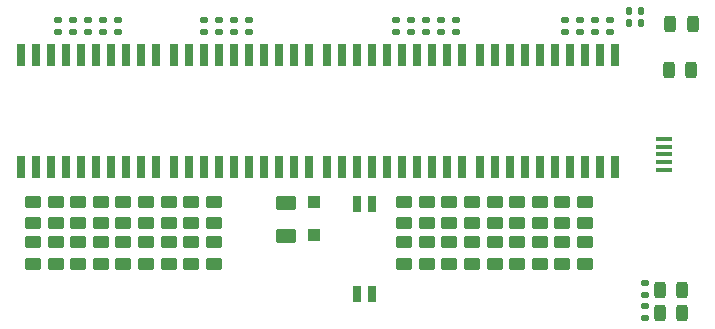
<source format=gbr>
%TF.GenerationSoftware,KiCad,Pcbnew,(6.0.5-0)*%
%TF.CreationDate,2023-01-20T21:15:53-06:00*%
%TF.ProjectId,rascsi_2p6,72617363-7369-45f3-9270-362e6b696361,rev?*%
%TF.SameCoordinates,PX59d60c0PY325aa00*%
%TF.FileFunction,Paste,Top*%
%TF.FilePolarity,Positive*%
%FSLAX46Y46*%
G04 Gerber Fmt 4.6, Leading zero omitted, Abs format (unit mm)*
G04 Created by KiCad (PCBNEW (6.0.5-0)) date 2023-01-20 21:15:53*
%MOMM*%
%LPD*%
G01*
G04 APERTURE LIST*
G04 Aperture macros list*
%AMRoundRect*
0 Rectangle with rounded corners*
0 $1 Rounding radius*
0 $2 $3 $4 $5 $6 $7 $8 $9 X,Y pos of 4 corners*
0 Add a 4 corners polygon primitive as box body*
4,1,4,$2,$3,$4,$5,$6,$7,$8,$9,$2,$3,0*
0 Add four circle primitives for the rounded corners*
1,1,$1+$1,$2,$3*
1,1,$1+$1,$4,$5*
1,1,$1+$1,$6,$7*
1,1,$1+$1,$8,$9*
0 Add four rect primitives between the rounded corners*
20,1,$1+$1,$2,$3,$4,$5,0*
20,1,$1+$1,$4,$5,$6,$7,0*
20,1,$1+$1,$6,$7,$8,$9,0*
20,1,$1+$1,$8,$9,$2,$3,0*%
G04 Aperture macros list end*
%ADD10RoundRect,0.243750X0.243750X0.456250X-0.243750X0.456250X-0.243750X-0.456250X0.243750X-0.456250X0*%
%ADD11RoundRect,0.250000X-0.450000X0.262500X-0.450000X-0.262500X0.450000X-0.262500X0.450000X0.262500X0*%
%ADD12RoundRect,0.250000X-0.625000X0.375000X-0.625000X-0.375000X0.625000X-0.375000X0.625000X0.375000X0*%
%ADD13R,0.650000X1.950000*%
%ADD14RoundRect,0.135000X-0.135000X-0.185000X0.135000X-0.185000X0.135000X0.185000X-0.135000X0.185000X0*%
%ADD15RoundRect,0.135000X-0.185000X0.135000X-0.185000X-0.135000X0.185000X-0.135000X0.185000X0.135000X0*%
%ADD16RoundRect,0.250000X0.450000X-0.262500X0.450000X0.262500X-0.450000X0.262500X-0.450000X-0.262500X0*%
%ADD17R,0.750000X1.425000*%
%ADD18R,1.100000X1.100000*%
%ADD19R,1.400000X0.400000*%
G04 APERTURE END LIST*
D10*
%TO.C,D3*%
X142767000Y-22066500D03*
X140892000Y-22066500D03*
%TD*%
%TO.C,D1*%
X143641000Y2381000D03*
X141766000Y2381000D03*
%TD*%
%TO.C,D2*%
X143529000Y-1556000D03*
X141654000Y-1556000D03*
%TD*%
D11*
%TO.C,R31*%
X126890000Y-12687500D03*
X126890000Y-14512500D03*
%TD*%
D12*
%TO.C,FUSE1*%
X109250000Y-12800000D03*
X109250000Y-15600000D03*
%TD*%
D13*
%TO.C,IC1*%
X99729000Y-9710000D03*
X100999000Y-9710000D03*
X102269000Y-9710000D03*
X103539000Y-9710000D03*
X104809000Y-9710000D03*
X106079000Y-9710000D03*
X107349000Y-9710000D03*
X108619000Y-9710000D03*
X109889000Y-9710000D03*
X111159000Y-9710000D03*
X111159000Y-260000D03*
X109889000Y-260000D03*
X108619000Y-260000D03*
X107349000Y-260000D03*
X106079000Y-260000D03*
X104809000Y-260000D03*
X103539000Y-260000D03*
X102269000Y-260000D03*
X100999000Y-260000D03*
X99729000Y-260000D03*
%TD*%
%TO.C,IC3*%
X124113000Y-260000D03*
X122843000Y-260000D03*
X121573000Y-260000D03*
X120303000Y-260000D03*
X119033000Y-260000D03*
X117763000Y-260000D03*
X116493000Y-260000D03*
X115223000Y-260000D03*
X113953000Y-260000D03*
X112683000Y-260000D03*
X112683000Y-9710000D03*
X113953000Y-9710000D03*
X115223000Y-9710000D03*
X116493000Y-9710000D03*
X117763000Y-9710000D03*
X119033000Y-9710000D03*
X120303000Y-9710000D03*
X121573000Y-9710000D03*
X122843000Y-9710000D03*
X124113000Y-9710000D03*
%TD*%
D14*
%TO.C,R2*%
X138248500Y3460500D03*
X139268500Y3460500D03*
%TD*%
D15*
%TO.C,R3*%
X139607000Y-21493000D03*
X139607000Y-22513000D03*
%TD*%
%TO.C,R5*%
X132812500Y2741000D03*
X132812500Y1721000D03*
%TD*%
%TO.C,R6*%
X134082500Y2741000D03*
X134082500Y1721000D03*
%TD*%
%TO.C,R7*%
X135352500Y2741000D03*
X135352500Y1721000D03*
%TD*%
%TO.C,R9*%
X118525000Y2741000D03*
X118525000Y1721000D03*
%TD*%
%TO.C,R11*%
X121065000Y2741000D03*
X121065000Y1721000D03*
%TD*%
%TO.C,R12*%
X122335000Y2741000D03*
X122335000Y1721000D03*
%TD*%
%TO.C,R13*%
X123605000Y2741000D03*
X123605000Y1721000D03*
%TD*%
%TO.C,R15*%
X91220000Y2741000D03*
X91220000Y1721000D03*
%TD*%
%TO.C,R16*%
X92490000Y2741000D03*
X92490000Y1721000D03*
%TD*%
%TO.C,R19*%
X102269000Y2741000D03*
X102269000Y1721000D03*
%TD*%
%TO.C,R20*%
X103539000Y2741000D03*
X103539000Y1721000D03*
%TD*%
%TO.C,R21*%
X104809000Y2741000D03*
X104809000Y1721000D03*
%TD*%
%TO.C,R22*%
X106079000Y2741000D03*
X106079000Y1721000D03*
%TD*%
D11*
%TO.C,R23*%
X128802500Y-12687500D03*
X128802500Y-14512500D03*
%TD*%
%TO.C,R24*%
X130715000Y-12687500D03*
X130715000Y-14512500D03*
%TD*%
%TO.C,R25*%
X132627500Y-12687500D03*
X132627500Y-14512500D03*
%TD*%
%TO.C,R26*%
X134540000Y-12687500D03*
X134540000Y-14512500D03*
%TD*%
%TO.C,R27*%
X119240000Y-12687500D03*
X119240000Y-14512500D03*
%TD*%
%TO.C,R28*%
X121152500Y-12687500D03*
X121152500Y-14512500D03*
%TD*%
%TO.C,R29*%
X123065000Y-12687500D03*
X123065000Y-14512500D03*
%TD*%
%TO.C,R30*%
X124977500Y-12687500D03*
X124977500Y-14512500D03*
%TD*%
%TO.C,R34*%
X91625000Y-12687500D03*
X91625000Y-14512500D03*
%TD*%
%TO.C,R35*%
X93537500Y-12687500D03*
X93537500Y-14512500D03*
%TD*%
%TO.C,R36*%
X95450000Y-12687500D03*
X95450000Y-14512500D03*
%TD*%
%TO.C,R37*%
X97362500Y-12687500D03*
X97362500Y-14512500D03*
%TD*%
%TO.C,R38*%
X99275000Y-12687500D03*
X99275000Y-14512500D03*
%TD*%
%TO.C,R39*%
X101187500Y-12687500D03*
X101187500Y-14512500D03*
%TD*%
%TO.C,R40*%
X103100000Y-12687500D03*
X103100000Y-14512500D03*
%TD*%
D16*
%TO.C,R41*%
X128802500Y-17912500D03*
X128802500Y-16087500D03*
%TD*%
%TO.C,R42*%
X130715000Y-17912500D03*
X130715000Y-16087500D03*
%TD*%
%TO.C,R43*%
X132627500Y-17912500D03*
X132627500Y-16087500D03*
%TD*%
%TO.C,R44*%
X134540000Y-17912500D03*
X134540000Y-16087500D03*
%TD*%
%TO.C,R45*%
X119240000Y-17912500D03*
X119240000Y-16087500D03*
%TD*%
%TO.C,R46*%
X121152500Y-17912500D03*
X121152500Y-16087500D03*
%TD*%
%TO.C,R47*%
X123065000Y-17912500D03*
X123065000Y-16087500D03*
%TD*%
%TO.C,R48*%
X124977500Y-17912500D03*
X124977500Y-16087500D03*
%TD*%
%TO.C,R49*%
X126890000Y-17912500D03*
X126890000Y-16087500D03*
%TD*%
%TO.C,R50*%
X87800000Y-17912500D03*
X87800000Y-16087500D03*
%TD*%
%TO.C,R51*%
X89712500Y-17912500D03*
X89712500Y-16087500D03*
%TD*%
%TO.C,R52*%
X91625000Y-17912500D03*
X91625000Y-16087500D03*
%TD*%
%TO.C,R53*%
X93537500Y-17912500D03*
X93537500Y-16087500D03*
%TD*%
%TO.C,R54*%
X95450000Y-17912500D03*
X95450000Y-16087500D03*
%TD*%
%TO.C,R55*%
X97362500Y-17912500D03*
X97362500Y-16087500D03*
%TD*%
%TO.C,R56*%
X99275000Y-17912500D03*
X99275000Y-16087500D03*
%TD*%
%TO.C,R57*%
X101187500Y-17912500D03*
X101187500Y-16087500D03*
%TD*%
%TO.C,R58*%
X103100000Y-17912500D03*
X103100000Y-16087500D03*
%TD*%
D15*
%TO.C,R18*%
X95030000Y2741000D03*
X95030000Y1721000D03*
%TD*%
%TO.C,R14*%
X89950000Y2741000D03*
X89950000Y1721000D03*
%TD*%
%TO.C,R17*%
X93760000Y2741000D03*
X93760000Y1721000D03*
%TD*%
D11*
%TO.C,R32*%
X87800000Y-12687500D03*
X87800000Y-14512500D03*
%TD*%
%TO.C,R33*%
X89712500Y-12687500D03*
X89712500Y-14512500D03*
%TD*%
D13*
%TO.C,IC4*%
X137067000Y-260000D03*
X135797000Y-260000D03*
X134527000Y-260000D03*
X133257000Y-260000D03*
X131987000Y-260000D03*
X130717000Y-260000D03*
X129447000Y-260000D03*
X128177000Y-260000D03*
X126907000Y-260000D03*
X125637000Y-260000D03*
X125637000Y-9710000D03*
X126907000Y-9710000D03*
X128177000Y-9710000D03*
X129447000Y-9710000D03*
X130717000Y-9710000D03*
X131987000Y-9710000D03*
X133257000Y-9710000D03*
X134527000Y-9710000D03*
X135797000Y-9710000D03*
X137067000Y-9710000D03*
%TD*%
D15*
%TO.C,R4*%
X139607000Y-19588000D03*
X139607000Y-20608000D03*
%TD*%
D17*
%TO.C,S1*%
X116515000Y-12887500D03*
X115245000Y-12887500D03*
X115245000Y-20511500D03*
X116515000Y-20511500D03*
%TD*%
D18*
%TO.C,D5*%
X111570000Y-12725000D03*
X111570000Y-15525000D03*
%TD*%
D13*
%TO.C,IC2*%
X86775000Y-9710000D03*
X88045000Y-9710000D03*
X89315000Y-9710000D03*
X90585000Y-9710000D03*
X91855000Y-9710000D03*
X93125000Y-9710000D03*
X94395000Y-9710000D03*
X95665000Y-9710000D03*
X96935000Y-9710000D03*
X98205000Y-9710000D03*
X98205000Y-260000D03*
X96935000Y-260000D03*
X95665000Y-260000D03*
X94395000Y-260000D03*
X93125000Y-260000D03*
X91855000Y-260000D03*
X90585000Y-260000D03*
X89315000Y-260000D03*
X88045000Y-260000D03*
X86775000Y-260000D03*
%TD*%
D10*
%TO.C,D4*%
X142767000Y-20161500D03*
X140892000Y-20161500D03*
%TD*%
D14*
%TO.C,R1*%
X138248500Y2444500D03*
X139268500Y2444500D03*
%TD*%
D19*
%TO.C,J8*%
X141205000Y-9960000D03*
X141205000Y-9310000D03*
X141205000Y-8660000D03*
X141205000Y-8010000D03*
X141205000Y-7360000D03*
%TD*%
D15*
%TO.C,R8*%
X136622500Y2741000D03*
X136622500Y1721000D03*
%TD*%
%TO.C,R10*%
X119795000Y2741000D03*
X119795000Y1721000D03*
%TD*%
M02*

</source>
